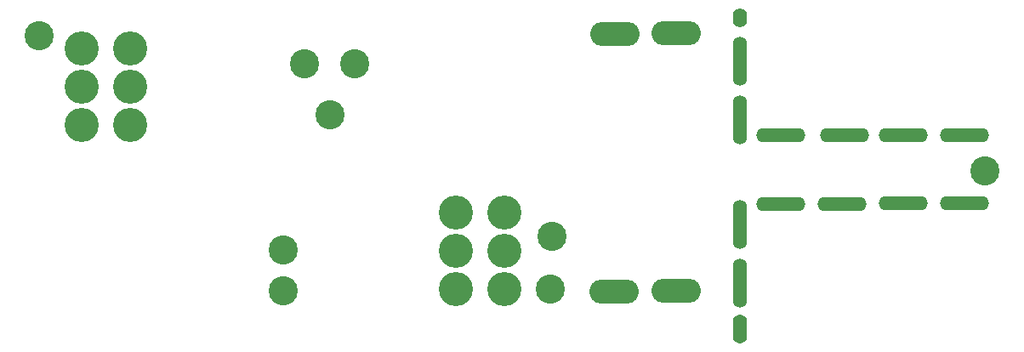
<source format=gbr>
G04 #@! TF.FileFunction,Soldermask,Bot*
%FSLAX46Y46*%
G04 Gerber Fmt 4.6, Leading zero omitted, Abs format (unit mm)*
G04 Created by KiCad (PCBNEW 4.0.7) date 04/19/20 14:30:36*
%MOMM*%
%LPD*%
G01*
G04 APERTURE LIST*
%ADD10C,0.100000*%
%ADD11C,3.400000*%
%ADD12C,2.900000*%
%ADD13O,4.900000X1.400000*%
%ADD14O,1.400000X4.900000*%
%ADD15O,1.400000X2.900000*%
%ADD16O,1.400000X1.900000*%
%ADD17O,4.900000X2.400000*%
G04 APERTURE END LIST*
D10*
D11*
X91100000Y-109850000D03*
X91100000Y-106040000D03*
X91100000Y-102230000D03*
X86274000Y-109850000D03*
X86274000Y-106040000D03*
X86274000Y-102230000D03*
D12*
X73700000Y-92440000D03*
X71200000Y-87400000D03*
X76200000Y-87400000D03*
X138938000Y-98044000D03*
D13*
X136860000Y-101230000D03*
X130760000Y-101270000D03*
X124714000Y-101346000D03*
X118618000Y-101346000D03*
D14*
X114554000Y-103378000D03*
X114554000Y-109220000D03*
D15*
X114554000Y-113792000D03*
D14*
X114554000Y-92964000D03*
D13*
X118618000Y-94488000D03*
X124968000Y-94488000D03*
X130810000Y-94488000D03*
X136906000Y-94488000D03*
D14*
X114554000Y-87122000D03*
D16*
X114554000Y-82804000D03*
D12*
X44750000Y-84600000D03*
X95800000Y-104600000D03*
X95650000Y-109825000D03*
D11*
X53850000Y-93450000D03*
X53850000Y-89640000D03*
X53850000Y-85830000D03*
X49024000Y-93450000D03*
X49024000Y-89640000D03*
X49024000Y-85830000D03*
D17*
X108204000Y-109982000D03*
X102025000Y-110025000D03*
X108200000Y-84350000D03*
X102100000Y-84400000D03*
D12*
X69088000Y-109982000D03*
X69088000Y-105918000D03*
M02*

</source>
